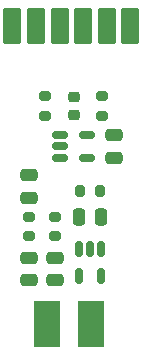
<source format=gbr>
%TF.GenerationSoftware,KiCad,Pcbnew,7.0.1*%
%TF.CreationDate,2024-02-21T11:36:48-08:00*%
%TF.ProjectId,G305_lipo_PMIC,47333035-5f6c-4697-906f-5f504d49432e,rev?*%
%TF.SameCoordinates,Original*%
%TF.FileFunction,Paste,Top*%
%TF.FilePolarity,Positive*%
%FSLAX46Y46*%
G04 Gerber Fmt 4.6, Leading zero omitted, Abs format (unit mm)*
G04 Created by KiCad (PCBNEW 7.0.1) date 2024-02-21 11:36:48*
%MOMM*%
%LPD*%
G01*
G04 APERTURE LIST*
G04 Aperture macros list*
%AMRoundRect*
0 Rectangle with rounded corners*
0 $1 Rounding radius*
0 $2 $3 $4 $5 $6 $7 $8 $9 X,Y pos of 4 corners*
0 Add a 4 corners polygon primitive as box body*
4,1,4,$2,$3,$4,$5,$6,$7,$8,$9,$2,$3,0*
0 Add four circle primitives for the rounded corners*
1,1,$1+$1,$2,$3*
1,1,$1+$1,$4,$5*
1,1,$1+$1,$6,$7*
1,1,$1+$1,$8,$9*
0 Add four rect primitives between the rounded corners*
20,1,$1+$1,$2,$3,$4,$5,0*
20,1,$1+$1,$4,$5,$6,$7,0*
20,1,$1+$1,$6,$7,$8,$9,0*
20,1,$1+$1,$8,$9,$2,$3,0*%
G04 Aperture macros list end*
%ADD10R,2.200000X3.900000*%
%ADD11RoundRect,0.075000X-0.675000X-1.425000X0.675000X-1.425000X0.675000X1.425000X-0.675000X1.425000X0*%
%ADD12RoundRect,0.250000X0.250000X0.475000X-0.250000X0.475000X-0.250000X-0.475000X0.250000X-0.475000X0*%
%ADD13RoundRect,0.200000X-0.275000X0.200000X-0.275000X-0.200000X0.275000X-0.200000X0.275000X0.200000X0*%
%ADD14RoundRect,0.200000X0.275000X-0.200000X0.275000X0.200000X-0.275000X0.200000X-0.275000X-0.200000X0*%
%ADD15RoundRect,0.250000X-0.475000X0.250000X-0.475000X-0.250000X0.475000X-0.250000X0.475000X0.250000X0*%
%ADD16RoundRect,0.200000X-0.200000X-0.275000X0.200000X-0.275000X0.200000X0.275000X-0.200000X0.275000X0*%
%ADD17RoundRect,0.150000X-0.512500X-0.150000X0.512500X-0.150000X0.512500X0.150000X-0.512500X0.150000X0*%
%ADD18RoundRect,0.250000X0.475000X-0.250000X0.475000X0.250000X-0.475000X0.250000X-0.475000X-0.250000X0*%
%ADD19RoundRect,0.150000X-0.150000X0.512500X-0.150000X-0.512500X0.150000X-0.512500X0.150000X0.512500X0*%
%ADD20RoundRect,0.218750X-0.256250X0.218750X-0.256250X-0.218750X0.256250X-0.218750X0.256250X0.218750X0*%
G04 APERTURE END LIST*
D10*
%TO.C,L1*%
X107700000Y-97000000D03*
X103900000Y-97000000D03*
%TD*%
D11*
%TO.C,J1*%
X101000000Y-71800000D03*
X103000000Y-71800000D03*
X105000000Y-71800000D03*
X107000000Y-71800000D03*
X109000000Y-71800000D03*
X111000000Y-71800000D03*
%TD*%
D12*
%TO.C,C4*%
X108550000Y-88000000D03*
X106650000Y-88000000D03*
%TD*%
D13*
%TO.C,R2*%
X103800000Y-77775000D03*
X103800000Y-79425000D03*
%TD*%
D14*
%TO.C,R4*%
X104600000Y-89625001D03*
X104600000Y-87975001D03*
%TD*%
D15*
%TO.C,C2*%
X102400000Y-84450000D03*
X102400000Y-86350000D03*
%TD*%
D16*
%TO.C,R3*%
X106775000Y-85800000D03*
X108425000Y-85800000D03*
%TD*%
D17*
%TO.C,U1*%
X105062500Y-81050000D03*
X105062500Y-82000000D03*
X105062500Y-82950000D03*
X107337500Y-82950000D03*
X107337500Y-81050000D03*
%TD*%
D18*
%TO.C,C1*%
X109600000Y-82950000D03*
X109600000Y-81050000D03*
%TD*%
D19*
%TO.C,U2*%
X108550000Y-90662500D03*
X107600000Y-90662500D03*
X106650000Y-90662500D03*
X106650000Y-92937500D03*
X108550000Y-92937500D03*
%TD*%
D14*
%TO.C,R1*%
X108600000Y-79425000D03*
X108600000Y-77775000D03*
%TD*%
D18*
%TO.C,C3*%
X104600000Y-93350000D03*
X104600000Y-91450000D03*
%TD*%
%TO.C,C6*%
X102400000Y-93350000D03*
X102400000Y-91450000D03*
%TD*%
D20*
%TO.C,D1*%
X106200000Y-77812500D03*
X106200000Y-79387500D03*
%TD*%
D14*
%TO.C,R5*%
X102400000Y-89625000D03*
X102400000Y-87975000D03*
%TD*%
M02*

</source>
